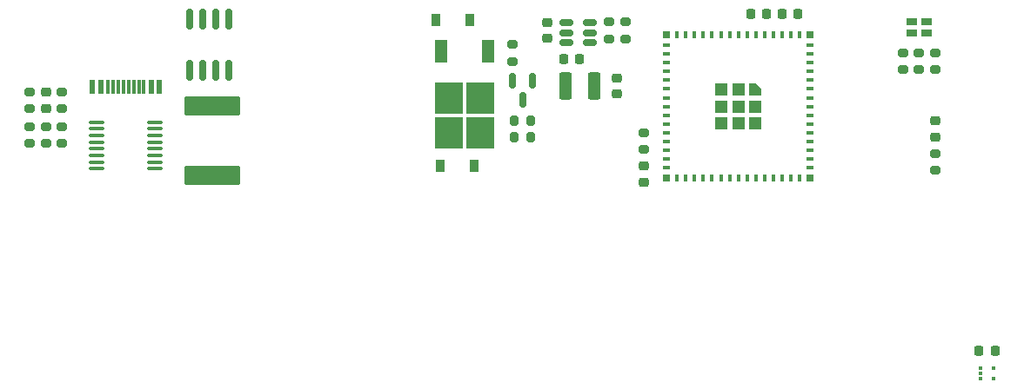
<source format=gtp>
G04 #@! TF.GenerationSoftware,KiCad,Pcbnew,(6.0.1)*
G04 #@! TF.CreationDate,2023-01-09T15:04:14+01:00*
G04 #@! TF.ProjectId,relow-solder-hot-plate,72656c6f-772d-4736-9f6c-6465722d686f,rev?*
G04 #@! TF.SameCoordinates,Original*
G04 #@! TF.FileFunction,Paste,Top*
G04 #@! TF.FilePolarity,Positive*
%FSLAX46Y46*%
G04 Gerber Fmt 4.6, Leading zero omitted, Abs format (unit mm)*
G04 Created by KiCad (PCBNEW (6.0.1)) date 2023-01-09 15:04:14*
%MOMM*%
%LPD*%
G01*
G04 APERTURE LIST*
G04 Aperture macros list*
%AMRoundRect*
0 Rectangle with rounded corners*
0 $1 Rounding radius*
0 $2 $3 $4 $5 $6 $7 $8 $9 X,Y pos of 4 corners*
0 Add a 4 corners polygon primitive as box body*
4,1,4,$2,$3,$4,$5,$6,$7,$8,$9,$2,$3,0*
0 Add four circle primitives for the rounded corners*
1,1,$1+$1,$2,$3*
1,1,$1+$1,$4,$5*
1,1,$1+$1,$6,$7*
1,1,$1+$1,$8,$9*
0 Add four rect primitives between the rounded corners*
20,1,$1+$1,$2,$3,$4,$5,0*
20,1,$1+$1,$4,$5,$6,$7,0*
20,1,$1+$1,$6,$7,$8,$9,0*
20,1,$1+$1,$8,$9,$2,$3,0*%
%AMFreePoly0*
4,1,6,0.600000,-0.600000,-0.600000,-0.600000,-0.600000,0.000000,0.000000,0.600000,0.600000,0.600000,0.600000,-0.600000,0.600000,-0.600000,$1*%
G04 Aperture macros list end*
%ADD10RoundRect,0.150000X-0.150000X0.825000X-0.150000X-0.825000X0.150000X-0.825000X0.150000X0.825000X0*%
%ADD11R,0.600000X1.450000*%
%ADD12R,0.300000X1.450000*%
%ADD13RoundRect,0.200000X0.275000X-0.200000X0.275000X0.200000X-0.275000X0.200000X-0.275000X-0.200000X0*%
%ADD14RoundRect,0.150000X-0.150000X0.587500X-0.150000X-0.587500X0.150000X-0.587500X0.150000X0.587500X0*%
%ADD15RoundRect,0.150000X0.512500X0.150000X-0.512500X0.150000X-0.512500X-0.150000X0.512500X-0.150000X0*%
%ADD16R,2.750000X3.050000*%
%ADD17R,1.200000X2.200000*%
%ADD18RoundRect,0.100000X0.637500X0.100000X-0.637500X0.100000X-0.637500X-0.100000X0.637500X-0.100000X0*%
%ADD19R,0.900000X1.200000*%
%ADD20RoundRect,0.200000X-0.275000X0.200000X-0.275000X-0.200000X0.275000X-0.200000X0.275000X0.200000X0*%
%ADD21RoundRect,0.225000X-0.250000X0.225000X-0.250000X-0.225000X0.250000X-0.225000X0.250000X0.225000X0*%
%ADD22R,0.450000X0.300000*%
%ADD23RoundRect,0.225000X0.250000X-0.225000X0.250000X0.225000X-0.250000X0.225000X-0.250000X-0.225000X0*%
%ADD24R,1.000000X0.800000*%
%ADD25RoundRect,0.200000X-0.200000X-0.275000X0.200000X-0.275000X0.200000X0.275000X-0.200000X0.275000X0*%
%ADD26RoundRect,0.225000X0.225000X0.250000X-0.225000X0.250000X-0.225000X-0.250000X0.225000X-0.250000X0*%
%ADD27R,0.400000X0.800000*%
%ADD28R,0.800000X0.400000*%
%ADD29R,1.200000X1.200000*%
%ADD30FreePoly0,270.000000*%
%ADD31R,0.800000X0.800000*%
%ADD32RoundRect,0.250000X-0.375000X-1.075000X0.375000X-1.075000X0.375000X1.075000X-0.375000X1.075000X0*%
%ADD33RoundRect,0.225000X-0.225000X-0.250000X0.225000X-0.250000X0.225000X0.250000X-0.225000X0.250000X0*%
%ADD34RoundRect,0.250000X2.475000X-0.712500X2.475000X0.712500X-2.475000X0.712500X-2.475000X-0.712500X0*%
%ADD35RoundRect,0.200000X0.200000X0.275000X-0.200000X0.275000X-0.200000X-0.275000X0.200000X-0.275000X0*%
G04 APERTURE END LIST*
D10*
X82005000Y-61725000D03*
X80735000Y-61725000D03*
X79465000Y-61725000D03*
X78195000Y-61725000D03*
X78195000Y-66675000D03*
X79465000Y-66675000D03*
X80735000Y-66675000D03*
X82005000Y-66675000D03*
D11*
X75259000Y-68307000D03*
X74459000Y-68307000D03*
D12*
X73259000Y-68307000D03*
X72259000Y-68307000D03*
X71759000Y-68307000D03*
X70759000Y-68307000D03*
D11*
X69559000Y-68307000D03*
X68759000Y-68307000D03*
X68759000Y-68307000D03*
X69559000Y-68307000D03*
D12*
X70259000Y-68307000D03*
X71259000Y-68307000D03*
X72759000Y-68307000D03*
X73759000Y-68307000D03*
D11*
X74459000Y-68307000D03*
X75259000Y-68307000D03*
D13*
X150800000Y-76425000D03*
X150800000Y-74775000D03*
D14*
X111550000Y-67662500D03*
X109650000Y-67662500D03*
X110600000Y-69537500D03*
D13*
X109600000Y-65825000D03*
X109600000Y-64175000D03*
D15*
X117137500Y-63950000D03*
X117137500Y-63000000D03*
X117137500Y-62050000D03*
X114862500Y-62050000D03*
X114862500Y-63000000D03*
X114862500Y-63950000D03*
D13*
X64200000Y-73825000D03*
X64200000Y-72175000D03*
D16*
X103475000Y-72775000D03*
X103475000Y-69425000D03*
X106525000Y-72775000D03*
X106525000Y-69425000D03*
D17*
X107280000Y-64800000D03*
X102720000Y-64800000D03*
D18*
X74862500Y-76275000D03*
X74862500Y-75625000D03*
X74862500Y-74975000D03*
X74862500Y-74325000D03*
X74862500Y-73675000D03*
X74862500Y-73025000D03*
X74862500Y-72375000D03*
X74862500Y-71725000D03*
X69137500Y-71725000D03*
X69137500Y-72375000D03*
X69137500Y-73025000D03*
X69137500Y-73675000D03*
X69137500Y-74325000D03*
X69137500Y-74975000D03*
X69137500Y-75625000D03*
X69137500Y-76275000D03*
D19*
X105450000Y-61800000D03*
X102150000Y-61800000D03*
D20*
X62600000Y-68775000D03*
X62600000Y-70425000D03*
D21*
X150800000Y-71625000D03*
X150800000Y-73175000D03*
D22*
X155145000Y-95700000D03*
X155145000Y-96200000D03*
X155135000Y-96700000D03*
X156465000Y-96700000D03*
X156465000Y-95700000D03*
D13*
X149200000Y-66625000D03*
X149200000Y-64975000D03*
D20*
X150768000Y-64975000D03*
X150768000Y-66625000D03*
X65800000Y-68775000D03*
X65800000Y-70425000D03*
D23*
X113000000Y-63575000D03*
X113000000Y-62025000D03*
X64200000Y-70375000D03*
X64200000Y-68825000D03*
D24*
X149950000Y-63050000D03*
X148450000Y-63050000D03*
X148450000Y-61950000D03*
X149950000Y-61950000D03*
D23*
X122400000Y-77575000D03*
X122400000Y-76025000D03*
X119800000Y-68975000D03*
X119800000Y-67425000D03*
D25*
X109775000Y-71600000D03*
X111425000Y-71600000D03*
D26*
X137375000Y-61200000D03*
X135825000Y-61200000D03*
X156575000Y-94000000D03*
X155025000Y-94000000D03*
D27*
X137550000Y-63200000D03*
X136700000Y-63200000D03*
X135850000Y-63200000D03*
X135000000Y-63200000D03*
X134150000Y-63200000D03*
X133300000Y-63200000D03*
X132450000Y-63200000D03*
X131600000Y-63200000D03*
X130750000Y-63200000D03*
X129900000Y-63200000D03*
X129050000Y-63200000D03*
X128200000Y-63200000D03*
X127350000Y-63200000D03*
X126500000Y-63200000D03*
X125650000Y-63200000D03*
D28*
X124600000Y-64250000D03*
X124600000Y-65100000D03*
X124600000Y-65950000D03*
X124600000Y-66800000D03*
X124600000Y-67650000D03*
X124600000Y-68500000D03*
X124600000Y-69350000D03*
X124600000Y-70200000D03*
X124600000Y-71050000D03*
X124600000Y-71900000D03*
X124600000Y-72750000D03*
X124600000Y-73600000D03*
X124600000Y-74450000D03*
X124600000Y-75300000D03*
X124600000Y-76150000D03*
D27*
X125650000Y-77200000D03*
X126500000Y-77200000D03*
X127350000Y-77200000D03*
X128200000Y-77200000D03*
X129050000Y-77200000D03*
X129900000Y-77200000D03*
X130750000Y-77200000D03*
X131600000Y-77200000D03*
X132450000Y-77200000D03*
X133300000Y-77200000D03*
X134150000Y-77200000D03*
X135000000Y-77200000D03*
X135850000Y-77200000D03*
X136700000Y-77200000D03*
X137550000Y-77200000D03*
D28*
X138600000Y-76150000D03*
X138600000Y-75300000D03*
X138600000Y-74450000D03*
X138600000Y-73600000D03*
X138600000Y-72750000D03*
X138600000Y-71900000D03*
X138600000Y-71050000D03*
X138600000Y-70200000D03*
X138600000Y-69350000D03*
X138600000Y-68500000D03*
X138600000Y-67650000D03*
X138600000Y-66800000D03*
X138600000Y-65950000D03*
X138600000Y-65100000D03*
X138600000Y-64250000D03*
D29*
X131600000Y-71850000D03*
D30*
X133250000Y-68550000D03*
D29*
X131600000Y-70200000D03*
X133250000Y-71850000D03*
X129950000Y-71850000D03*
X129950000Y-70200000D03*
X133250000Y-70200000D03*
X131600000Y-68550000D03*
X129950000Y-68550000D03*
D31*
X138600000Y-63200000D03*
X124600000Y-63200000D03*
X124600000Y-77200000D03*
X138600000Y-77200000D03*
D32*
X114800000Y-68200000D03*
X117600000Y-68200000D03*
D33*
X132825000Y-61200000D03*
X134375000Y-61200000D03*
D13*
X62600000Y-73825000D03*
X62600000Y-72175000D03*
D20*
X119000000Y-61975000D03*
X119000000Y-63625000D03*
D33*
X114625000Y-65600000D03*
X116175000Y-65600000D03*
D13*
X122400000Y-74425000D03*
X122400000Y-72775000D03*
D19*
X102600000Y-76000000D03*
X105900000Y-76000000D03*
D20*
X147668000Y-64975000D03*
X147668000Y-66625000D03*
D13*
X120600000Y-63625000D03*
X120600000Y-61975000D03*
D34*
X80400000Y-76887500D03*
X80400000Y-70112500D03*
D20*
X65800000Y-72175000D03*
X65800000Y-73825000D03*
D35*
X111425000Y-73200000D03*
X109775000Y-73200000D03*
M02*

</source>
